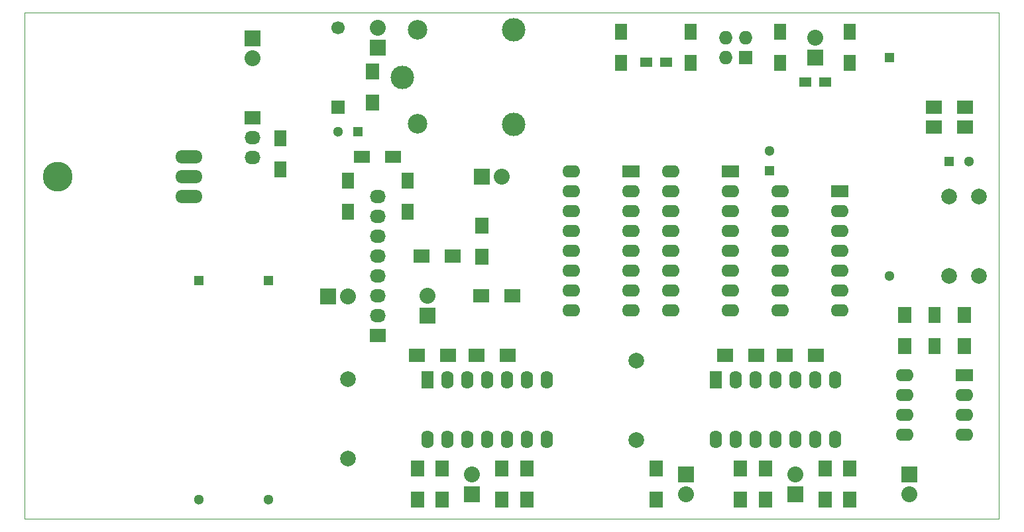
<source format=gbr>
G04 #@! TF.FileFunction,Soldermask,Bot*
%FSLAX46Y46*%
G04 Gerber Fmt 4.6, Leading zero omitted, Abs format (unit mm)*
G04 Created by KiCad (PCBNEW (after 2015-mar-04 BZR unknown)-product) date Thu 24 Nov 2016 20:55:00 CET*
%MOMM*%
G01*
G04 APERTURE LIST*
%ADD10C,0.100000*%
%ADD11R,2.286000X1.574800*%
%ADD12O,2.286000X1.574800*%
%ADD13R,2.032000X1.727200*%
%ADD14O,2.032000X1.727200*%
%ADD15R,2.032000X2.032000*%
%ADD16O,2.032000X2.032000*%
%ADD17R,1.574800X2.286000*%
%ADD18O,1.574800X2.286000*%
%ADD19O,3.500120X1.699260*%
%ADD20C,3.799840*%
%ADD21R,1.727200X1.727200*%
%ADD22O,1.727200X1.727200*%
%ADD23C,1.699260*%
%ADD24R,1.699260X1.699260*%
%ADD25R,1.700000X2.000000*%
%ADD26R,2.000000X1.700000*%
%ADD27R,1.600000X2.000000*%
%ADD28R,2.000000X1.600000*%
%ADD29C,1.998980*%
%ADD30R,1.500000X1.250000*%
%ADD31R,1.300000X1.300000*%
%ADD32C,1.300000*%
%ADD33C,2.500000*%
%ADD34C,3.000000*%
G04 APERTURE END LIST*
D10*
X63500000Y-117475000D02*
X63500000Y-52705000D01*
X187960000Y-117475000D02*
X63500000Y-117475000D01*
X187960000Y-52705000D02*
X187960000Y-117475000D01*
X63500000Y-52705000D02*
X187960000Y-52705000D01*
D11*
X167640000Y-75565000D03*
D12*
X167640000Y-78105000D03*
X167640000Y-80645000D03*
X167640000Y-83185000D03*
X167640000Y-85725000D03*
X167640000Y-88265000D03*
X167640000Y-90805000D03*
X160020000Y-90805000D03*
X160020000Y-88265000D03*
X160020000Y-85725000D03*
X160020000Y-83185000D03*
X160020000Y-80645000D03*
X160020000Y-78105000D03*
X160020000Y-75565000D03*
D11*
X140970000Y-73025000D03*
D12*
X140970000Y-75565000D03*
X140970000Y-78105000D03*
X140970000Y-80645000D03*
X140970000Y-83185000D03*
X140970000Y-85725000D03*
X140970000Y-88265000D03*
X140970000Y-90805000D03*
X133350000Y-90805000D03*
X133350000Y-88265000D03*
X133350000Y-85725000D03*
X133350000Y-83185000D03*
X133350000Y-80645000D03*
X133350000Y-78105000D03*
X133350000Y-75565000D03*
X133350000Y-73025000D03*
D11*
X153670000Y-73025000D03*
D12*
X153670000Y-75565000D03*
X153670000Y-78105000D03*
X153670000Y-80645000D03*
X153670000Y-83185000D03*
X153670000Y-85725000D03*
X153670000Y-88265000D03*
X153670000Y-90805000D03*
X146050000Y-90805000D03*
X146050000Y-88265000D03*
X146050000Y-85725000D03*
X146050000Y-83185000D03*
X146050000Y-80645000D03*
X146050000Y-78105000D03*
X146050000Y-75565000D03*
X146050000Y-73025000D03*
D13*
X92583000Y-66167000D03*
D14*
X92583000Y-68707000D03*
X92583000Y-71247000D03*
D15*
X102235000Y-89027000D03*
D16*
X104775000Y-89027000D03*
D11*
X183515000Y-99060000D03*
D12*
X183515000Y-101600000D03*
X183515000Y-104140000D03*
X183515000Y-106680000D03*
X175895000Y-106680000D03*
X175895000Y-104140000D03*
X175895000Y-101600000D03*
X175895000Y-99060000D03*
D13*
X108585000Y-93980000D03*
D14*
X108585000Y-91440000D03*
X108585000Y-88900000D03*
X108585000Y-86360000D03*
X108585000Y-83820000D03*
X108585000Y-81280000D03*
X108585000Y-78740000D03*
X108585000Y-76200000D03*
D17*
X151765000Y-99695000D03*
D18*
X154305000Y-99695000D03*
X156845000Y-99695000D03*
X159385000Y-99695000D03*
X161925000Y-99695000D03*
X164465000Y-99695000D03*
X167005000Y-99695000D03*
X167005000Y-107315000D03*
X164465000Y-107315000D03*
X161925000Y-107315000D03*
X159385000Y-107315000D03*
X156845000Y-107315000D03*
X154305000Y-107315000D03*
X151765000Y-107315000D03*
D19*
X84455000Y-73660000D03*
X84455000Y-76200000D03*
X84455000Y-71120000D03*
D20*
X67691000Y-73660000D03*
D17*
X114935000Y-99695000D03*
D18*
X117475000Y-99695000D03*
X120015000Y-99695000D03*
X122555000Y-99695000D03*
X125095000Y-99695000D03*
X127635000Y-99695000D03*
X130175000Y-99695000D03*
X130175000Y-107315000D03*
X127635000Y-107315000D03*
X125095000Y-107315000D03*
X122555000Y-107315000D03*
X120015000Y-107315000D03*
X117475000Y-107315000D03*
X114935000Y-107315000D03*
D15*
X147955000Y-111760000D03*
D16*
X147955000Y-114300000D03*
D15*
X161925000Y-114300000D03*
D16*
X161925000Y-111760000D03*
D15*
X92583000Y-56007000D03*
D16*
X92583000Y-58547000D03*
D15*
X121920000Y-73660000D03*
D16*
X124460000Y-73660000D03*
D15*
X108585000Y-57150000D03*
D16*
X108585000Y-54610000D03*
D15*
X176530000Y-111760000D03*
D16*
X176530000Y-114300000D03*
D15*
X120650000Y-114300000D03*
D16*
X120650000Y-111760000D03*
D21*
X155575000Y-58420000D03*
D22*
X155575000Y-55880000D03*
X153035000Y-58420000D03*
X153035000Y-55880000D03*
D23*
X103505000Y-54610000D03*
D24*
X103505000Y-64770000D03*
D25*
X168910000Y-115030000D03*
X168910000Y-111030000D03*
X165735000Y-115030000D03*
X165735000Y-111030000D03*
X158115000Y-115030000D03*
X158115000Y-111030000D03*
X154940000Y-115030000D03*
X154940000Y-111030000D03*
X113665000Y-115030000D03*
X113665000Y-111030000D03*
X127635000Y-115030000D03*
X127635000Y-111030000D03*
X124460000Y-115030000D03*
X124460000Y-111030000D03*
X116840000Y-115030000D03*
X116840000Y-111030000D03*
X144145000Y-111030000D03*
X144145000Y-115030000D03*
D26*
X160560000Y-96520000D03*
X164560000Y-96520000D03*
X156940000Y-96520000D03*
X152940000Y-96520000D03*
X121190000Y-96520000D03*
X125190000Y-96520000D03*
X117570000Y-96520000D03*
X113570000Y-96520000D03*
D27*
X179705000Y-95345000D03*
X179705000Y-91345000D03*
D25*
X175895000Y-91345000D03*
X175895000Y-95345000D03*
X183515000Y-95345000D03*
X183515000Y-91345000D03*
D26*
X114205000Y-83820000D03*
X118205000Y-83820000D03*
D25*
X121920000Y-79915000D03*
X121920000Y-83915000D03*
D27*
X139700000Y-59150000D03*
X139700000Y-55150000D03*
X168910000Y-59150000D03*
X168910000Y-55150000D03*
X148590000Y-59150000D03*
X148590000Y-55150000D03*
X160020000Y-59150000D03*
X160020000Y-55150000D03*
D28*
X110585000Y-71120000D03*
X106585000Y-71120000D03*
D27*
X104775000Y-78200000D03*
X104775000Y-74200000D03*
X112395000Y-74200000D03*
X112395000Y-78200000D03*
D26*
X179610000Y-67310000D03*
X183610000Y-67310000D03*
X183610000Y-64770000D03*
X179610000Y-64770000D03*
D25*
X107950000Y-60230000D03*
X107950000Y-64230000D03*
D29*
X181610000Y-86360000D03*
X181610000Y-76200000D03*
X185420000Y-86360000D03*
X185420000Y-76200000D03*
D30*
X142895000Y-59055000D03*
X145395000Y-59055000D03*
X165715000Y-61595000D03*
X163215000Y-61595000D03*
D29*
X141605000Y-97233740D03*
X141605000Y-107393740D03*
X104775000Y-109776260D03*
X104775000Y-99616260D03*
D27*
X96139000Y-68739000D03*
X96139000Y-72739000D03*
D31*
X85725000Y-86995000D03*
D32*
X85725000Y-114995000D03*
D31*
X94615000Y-86995000D03*
D32*
X94615000Y-114995000D03*
D31*
X173990000Y-58420000D03*
D32*
X173990000Y-86420000D03*
D31*
X181610000Y-71755000D03*
D32*
X184110000Y-71755000D03*
D31*
X106045000Y-67945000D03*
D32*
X103545000Y-67945000D03*
D33*
X113710000Y-54910000D03*
D34*
X125910000Y-54910000D03*
X125960000Y-66960000D03*
D33*
X113710000Y-66910000D03*
D34*
X111760000Y-60960000D03*
D15*
X164465000Y-58420000D03*
D16*
X164465000Y-55880000D03*
D15*
X114935000Y-91440000D03*
D16*
X114935000Y-88900000D03*
D26*
X121825000Y-88900000D03*
X125825000Y-88900000D03*
D31*
X158623000Y-72898000D03*
D32*
X158623000Y-70398000D03*
M02*

</source>
